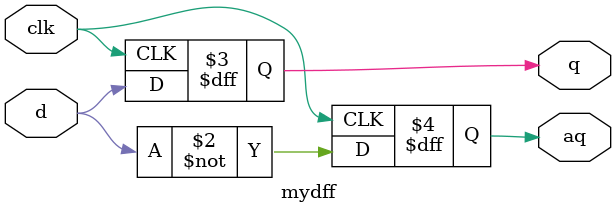
<source format=v>


module top_module (
    input clk,
    input w, R, E, L,
    output Q
);

    wire m0out;
    wire d;
    wire aq;

    multiflexr m0(
        .a(Q),
        .b(w),
        .sel(E),
        .s(m0out)
    );

    multiflexr m1(
        .a(m0out),
        .b(R),
        .sel(L),
        .s(d)
    );

    mydff dff0(
        .d(d),
        .clk(clk),
        .q(Q),
        .aq(aq)
    );


endmodule



module multiflexr(
    input a, b, sel,
    output s
);

    assign s = sel ? b : a;

endmodule


module mydff(
    input d, clk,
    output reg q, aq
);

    always@(posedge clk) begin
        q <= d;
        aq <= ~d;
    end

endmodule
</source>
